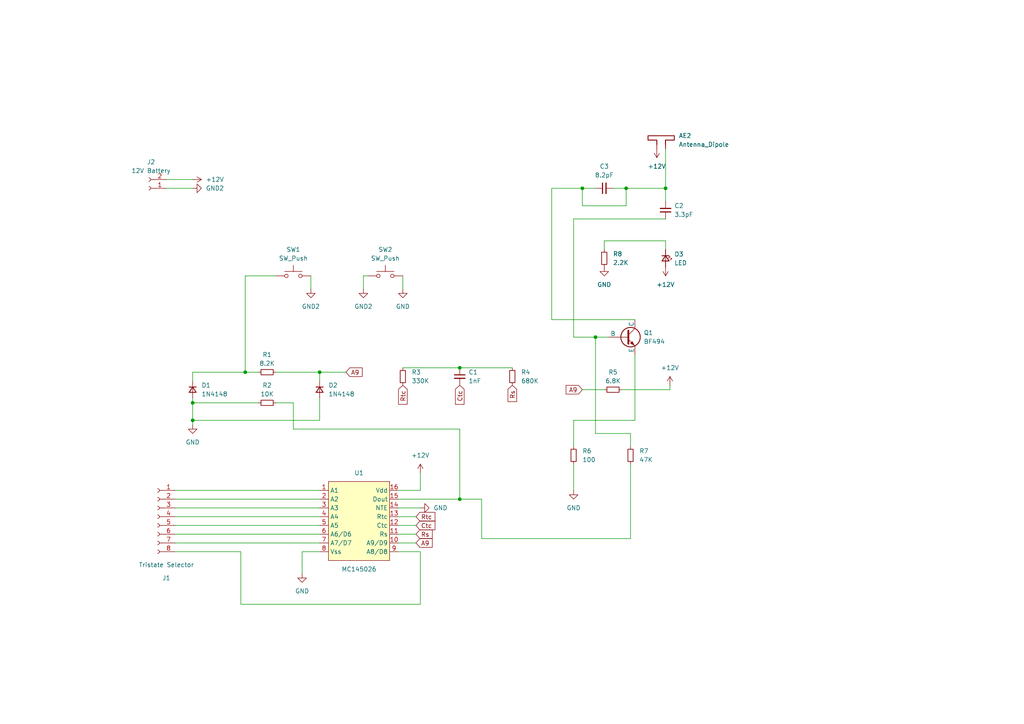
<source format=kicad_sch>
(kicad_sch (version 20230121) (generator eeschema)
  (paper "A4")
  (title_block (title "OldRemote") (date "2023-09-27") (rev "1.0.0") (company "ortizma.com") (comment 1 "Uses ASK modulation with 280MHz carrier") (comment 2 "Reverse Engineering of a 90's remote"))
  (lib_symbols
    (symbol "00_Symbols:MC145026"
      (property "Reference" "U" (at 0 0 0))
      (symbol "MC145026_1_1"
        (rectangle (start -8.89 24.13) (end 8.89 1.27) (fill (type background)))
        (pin tri_state line (at -11.43 21.59 0) (length 2.54) (name "A1") (number "1"))
        (pin tri_state line (at 11.43 6.35 180) (length 2.54) (name "A9/D9") (number "10"))
        (pin input line (at 11.43 8.89 180) (length 2.54) (name "Rs") (number "11"))
        (pin input line (at 11.43 11.43 180) (length 2.54) (name "Ctc") (number "12"))
        (pin input line (at 11.43 13.97 180) (length 2.54) (name "Rtc") (number "13"))
        (pin input line (at 11.43 16.51 180) (length 2.54) (name "NTE") (number "14"))
        (pin output line (at 11.43 19.05 180) (length 2.54) (name "Dout") (number "15"))
        (pin power_in line (at 11.43 21.59 180) (length 2.54) (name "Vdd") (number "16"))
        (pin tri_state line (at -11.43 19.05 0) (length 2.54) (name "A2") (number "2"))
        (pin tri_state line (at -11.43 16.51 0) (length 2.54) (name "A3") (number "3"))
        (pin tri_state line (at -11.43 13.97 0) (length 2.54) (name "A4") (number "4"))
        (pin tri_state line (at -11.43 11.43 0) (length 2.54) (name "A5") (number "5"))
        (pin tri_state line (at -11.43 8.89 0) (length 2.54) (name "A6/D6") (number "6"))
        (pin tri_state line (at -11.43 6.35 0) (length 2.54) (name "A7/D7") (number "7"))
        (pin power_out line (at -11.43 3.81 0) (length 2.54) (name "Vss") (number "8"))
        (pin tri_state line (at 11.43 3.81 180) (length 2.54) (name "A8/D8") (number "9"))
      )
    )
    (symbol "Connector:Conn_01x02_Socket" (pin_names (offset 1.016) hide)
      (property "Reference" "J" (at 0 2.54 0))
      (property "Value" "Conn_01x02_Socket" (at 0 -5.08 0))
      (symbol "Conn_01x02_Socket_1_1"
        (arc (start 0 -2.032) (mid -0.5058 -2.54) (end 0 -3.048) (stroke (width 0.1524)))
        (polyline (pts (xy -1.27 -2.54) (xy -0.508 -2.54)) (stroke (width 0.1524)))
        (polyline (pts (xy -1.27 0) (xy -0.508 0)) (stroke (width 0.1524)))
        (arc (start 0 0.508) (mid -0.5058 0) (end 0 -0.508) (stroke (width 0.1524)))
        (pin passive line (at -5.08 0 0) (length 3.81) (name "Pin_1") (number "1"))
        (pin passive line (at -5.08 -2.54 0) (length 3.81) (name "Pin_2") (number "2"))
      )
    )
    (symbol "Connector:Conn_01x08_Socket" (pin_names (offset 1.016) hide)
      (property "Reference" "J" (at 0 10.16 0))
      (property "Value" "Conn_01x08_Socket" (at 0 -12.7 0))
      (symbol "Conn_01x08_Socket_1_1"
        (arc (start 0 -9.652) (mid -0.5058 -10.16) (end 0 -10.668) (stroke (width 0.1524)))
        (arc (start 0 -7.112) (mid -0.5058 -7.62) (end 0 -8.128) (stroke (width 0.1524)))
        (arc (start 0 -4.572) (mid -0.5058 -5.08) (end 0 -5.588) (stroke (width 0.1524)))
        (arc (start 0 -2.032) (mid -0.5058 -2.54) (end 0 -3.048) (stroke (width 0.1524)))
        (polyline (pts (xy -1.27 -10.16) (xy -0.508 -10.16)) (stroke (width 0.1524)))
        (polyline (pts (xy -1.27 -7.62) (xy -0.508 -7.62)) (stroke (width 0.1524)))
        (polyline (pts (xy -1.27 -5.08) (xy -0.508 -5.08)) (stroke (width 0.1524)))
        (polyline (pts (xy -1.27 -2.54) (xy -0.508 -2.54)) (stroke (width 0.1524)))
        (polyline (pts (xy -1.27 0) (xy -0.508 0)) (stroke (width 0.1524)))
        (polyline (pts (xy -1.27 2.54) (xy -0.508 2.54)) (stroke (width 0.1524)))
        (polyline (pts (xy -1.27 5.08) (xy -0.508 5.08)) (stroke (width 0.1524)))
        (polyline (pts (xy -1.27 7.62) (xy -0.508 7.62)) (stroke (width 0.1524)))
        (arc (start 0 0.508) (mid -0.5058 0) (end 0 -0.508) (stroke (width 0.1524)))
        (arc (start 0 3.048) (mid -0.5058 2.54) (end 0 2.032) (stroke (width 0.1524)))
        (arc (start 0 5.588) (mid -0.5058 5.08) (end 0 4.572) (stroke (width 0.1524)))
        (arc (start 0 8.128) (mid -0.5058 7.62) (end 0 7.112) (stroke (width 0.1524)))
        (pin passive line (at -5.08 7.62 0) (length 3.81) (name "Pin_1") (number "1"))
        (pin passive line (at -5.08 5.08 0) (length 3.81) (name "Pin_2") (number "2"))
        (pin passive line (at -5.08 2.54 0) (length 3.81) (name "Pin_3") (number "3"))
        (pin passive line (at -5.08 0 0) (length 3.81) (name "Pin_4") (number "4"))
        (pin passive line (at -5.08 -2.54 0) (length 3.81) (name "Pin_5") (number "5"))
        (pin passive line (at -5.08 -5.08 0) (length 3.81) (name "Pin_6") (number "6"))
        (pin passive line (at -5.08 -7.62 0) (length 3.81) (name "Pin_7") (number "7"))
        (pin passive line (at -5.08 -10.16 0) (length 3.81) (name "Pin_8") (number "8"))
      )
    )
    (symbol "Device:Antenna_Dipole" (pin_numbers hide) (pin_names (offset 1.016) hide)
      (property "Reference" "AE" (at 1.27 1.27 0))
      (property "Value" "Antenna_Dipole" (at 1.27 0 0))
      (symbol "Antenna_Dipole_0_1"
        (polyline (pts (xy 2.54 -3.81) (xy 2.54 -2.54) (xy 5.08 -2.54) (xy 5.08 -1.27) (xy -2.54 -1.27) (xy -2.54 -2.54) (xy 0 -2.54) (xy 0 -3.81)) (stroke (width 0.254)))
      )
      (symbol "Antenna_Dipole_1_1"
        (pin input line (at 0 -5.08 90) (length 2.54) (name "~") (number "1"))
        (pin input line (at 2.54 -5.08 90) (length 2.54) (name "~") (number "2"))
      )
    )
    (symbol "Device:C_Small" (pin_numbers hide) (pin_names (offset 0.254) hide)
      (property "Reference" "C" (at 0.254 1.778 0))
      (property "Value" "C_Small" (at 0.254 -2.032 0))
      (symbol "C_Small_0_1"
        (polyline (pts (xy -1.524 -0.508) (xy 1.524 -0.508)) (stroke (width 0.3302)))
        (polyline (pts (xy -1.524 0.508) (xy 1.524 0.508)) (stroke (width 0.3048)))
      )
      (symbol "C_Small_1_1"
        (pin passive line (at 0 2.54 270) (length 2.032) (name "~") (number "1"))
        (pin passive line (at 0 -2.54 90) (length 2.032) (name "~") (number "2"))
      )
    )
    (symbol "Device:D_Small" (pin_numbers hide) (pin_names (offset 0.254) hide)
      (property "Reference" "D" (at -1.27 2.032 0))
      (property "Value" "D_Small" (at -3.81 -2.032 0))
      (symbol "D_Small_0_1"
        (polyline (pts (xy -0.762 -1.016) (xy -0.762 1.016)) (stroke (width 0.254)))
        (polyline (pts (xy -0.762 0) (xy 0.762 0)))
        (polyline (pts (xy 0.762 -1.016) (xy -0.762 0) (xy 0.762 1.016) (xy 0.762 -1.016)) (stroke (width 0.254)))
      )
      (symbol "D_Small_1_1"
        (pin passive line (at -2.54 0 0) (length 1.778) (name "K") (number "1"))
        (pin passive line (at 2.54 0 180) (length 1.778) (name "A") (number "2"))
      )
    )
    (symbol "Device:LED_Small" (pin_numbers hide) (pin_names (offset 0.254) hide)
      (property "Reference" "D" (at -1.27 3.175 0))
      (property "Value" "LED_Small" (at -4.445 -2.54 0))
      (symbol "LED_Small_0_1"
        (polyline (pts (xy -0.762 -1.016) (xy -0.762 1.016)) (stroke (width 0.254)))
        (polyline (pts (xy 1.016 0) (xy -0.762 0)))
        (polyline (pts (xy 0.762 -1.016) (xy -0.762 0) (xy 0.762 1.016) (xy 0.762 -1.016)) (stroke (width 0.254)))
        (polyline (pts (xy 0 0.762) (xy -0.508 1.27) (xy -0.254 1.27) (xy -0.508 1.27) (xy -0.508 1.016)))
        (polyline (pts (xy 0.508 1.27) (xy 0 1.778) (xy 0.254 1.778) (xy 0 1.778) (xy 0 1.524)))
      )
      (symbol "LED_Small_1_1"
        (pin passive line (at -2.54 0 0) (length 1.778) (name "K") (number "1"))
        (pin passive line (at 2.54 0 180) (length 1.778) (name "A") (number "2"))
      )
    )
    (symbol "Device:R_Small" (pin_numbers hide) (pin_names (offset 0.254) hide)
      (property "Reference" "R" (at 0.762 0.508 0))
      (property "Value" "R_Small" (at 0.762 -1.016 0))
      (symbol "R_Small_0_1"
        (rectangle (start -0.762 1.778) (end 0.762 -1.778) (stroke (width 0.2032)))
      )
      (symbol "R_Small_1_1"
        (pin passive line (at 0 2.54 270) (length 0.762) (name "~") (number "1"))
        (pin passive line (at 0 -2.54 90) (length 0.762) (name "~") (number "2"))
      )
    )
    (symbol "Simulation_SPICE:NPN" (pin_numbers hide) (pin_names (offset 0))
      (property "Reference" "Q" (at -2.54 7.62 0))
      (property "Value" "NPN" (at -2.54 5.08 0))
      (symbol "NPN_0_1"
        (polyline (pts (xy -2.54 0) (xy 0.635 0)) (stroke (width 0.1524)))
        (polyline (pts (xy 0.635 0.635) (xy 2.54 2.54)))
        (polyline (pts (xy 2.794 -1.27) (xy 2.794 -1.27)) (stroke (width 0.1524)))
        (polyline (pts (xy 2.794 -1.27) (xy 2.794 -1.27)) (stroke (width 0.1524)))
        (polyline (pts (xy 0.635 -0.635) (xy 2.54 -2.54) (xy 2.54 -2.54)))
        (polyline (pts (xy 0.635 1.905) (xy 0.635 -1.905) (xy 0.635 -1.905)) (stroke (width 0.508)))
        (polyline (pts (xy 1.27 -1.778) (xy 1.778 -1.27) (xy 2.286 -2.286) (xy 1.27 -1.778) (xy 1.27 -1.778)) (fill (type outline)))
        (circle (center 1.27 0) (radius 2.8194) (stroke (width 0.254)))
      )
      (symbol "NPN_1_1"
        (pin open_collector line (at 2.54 5.08 270) (length 2.54) (name "C") (number "1"))
        (pin input line (at -5.08 0 0) (length 2.54) (name "B") (number "2"))
        (pin open_emitter line (at 2.54 -5.08 90) (length 2.54) (name "E") (number "3"))
      )
    )
    (symbol "Switch:SW_Push" (pin_numbers hide) (pin_names (offset 1.016) hide)
      (property "Reference" "SW" (at 1.27 2.54 0))
      (property "Value" "SW_Push" (at 0 -1.524 0))
      (symbol "SW_Push_0_1"
        (circle (center -2.032 0) (radius 0.508))
        (polyline (pts (xy 0 1.27) (xy 0 3.048)))
        (polyline (pts (xy 2.54 1.27) (xy -2.54 1.27)))
        (circle (center 2.032 0) (radius 0.508))
        (pin passive line (at -5.08 0 0) (length 2.54) (name "1") (number "1"))
        (pin passive line (at 5.08 0 180) (length 2.54) (name "2") (number "2"))
      )
    )
    (symbol "power:+12V" (power) (pin_names (offset 0))
      (property "Value" "+12V" (at 0 3.556 0))
      (symbol "+12V_0_1"
        (polyline (pts (xy -0.762 1.27) (xy 0 2.54)))
        (polyline (pts (xy 0 0) (xy 0 2.54)))
        (polyline (pts (xy 0 2.54) (xy 0.762 1.27)))
      )
      (symbol "+12V_1_1"
        (pin power_in line (at 0 0 90) (length 0) hide (name "+12V") (number "1"))
      )
    )
    (symbol "power:GND" (power) (pin_names (offset 0))
      (property "Value" "GND" (at 0 -3.81 0))
      (symbol "GND_0_1"
        (polyline (pts (xy 0 0) (xy 0 -1.27) (xy 1.27 -1.27) (xy 0 -2.54) (xy -1.27 -1.27) (xy 0 -1.27)))
      )
      (symbol "GND_1_1"
        (pin power_in line (at 0 0 270) (length 0) hide (name "GND") (number "1"))
      )
    )
    (symbol "power:GND2" (power) (pin_names (offset 0))
      (property "Value" "GND2" (at 0 -3.81 0))
      (symbol "GND2_0_1"
        (polyline (pts (xy 0 0) (xy 0 -1.27) (xy 1.27 -1.27) (xy 0 -2.54) (xy -1.27 -1.27) (xy 0 -1.27)))
      )
      (symbol "GND2_1_1"
        (pin power_in line (at 0 0 270) (length 0) hide (name "GND2") (number "1"))
      )
    )
  )
  (junction (at 55.88 121.92))
  (junction (at 181.61 54.61))
  (junction (at 172.72 97.79))
  (junction (at 133.35 144.78))
  (junction (at 133.35 106.68))
  (junction (at 92.71 107.95))
  (junction (at 193.04 54.61))
  (junction (at 168.91 54.61))
  (junction (at 71.12 107.95))
  (junction (at 55.88 116.84))
  (wire (pts (xy 172.72 97.79) (xy 172.72 125.73)))
  (wire (pts (xy 168.91 54.61) (xy 168.91 59.69)))
  (wire (pts (xy 92.71 107.95) (xy 92.71 110.49)))
  (wire (pts (xy 133.35 106.68) (xy 148.59 106.68)))
  (wire (pts (xy 87.63 160.02) (xy 87.63 166.37)))
  (wire (pts (xy 166.37 63.5) (xy 166.37 97.79)))
  (wire (pts (xy 80.01 80.01) (xy 71.12 80.01)))
  (wire (pts (xy 115.57 144.78) (xy 133.35 144.78)))
  (wire (pts (xy 121.92 175.26) (xy 121.92 160.02)))
  (wire (pts (xy 116.84 80.01) (xy 116.84 83.82)))
  (wire (pts (xy 176.53 97.79) (xy 172.72 97.79)))
  (wire (pts (xy 139.7 144.78) (xy 139.7 156.21)))
  (wire (pts (xy 133.35 124.46) (xy 133.35 144.78)))
  (wire (pts (xy 166.37 134.62) (xy 166.37 142.24)))
  (wire (pts (xy 193.04 69.85) (xy 193.04 72.39)))
  (wire (pts (xy 121.92 137.16) (xy 121.92 142.24)))
  (wire (pts (xy 55.88 121.92) (xy 55.88 123.19)))
  (wire (pts (xy 193.04 63.5) (xy 166.37 63.5)))
  (wire (pts (xy 166.37 121.92) (xy 166.37 129.54)))
  (wire (pts (xy 121.92 142.24) (xy 115.57 142.24)))
  (wire (pts (xy 172.72 125.73) (xy 182.88 125.73)))
  (wire (pts (xy 160.02 92.71) (xy 160.02 54.61)))
  (wire (pts (xy 85.09 116.84) (xy 80.01 116.84)))
  (wire (pts (xy 181.61 54.61) (xy 193.04 54.61)))
  (wire (pts (xy 139.7 156.21) (xy 182.88 156.21)))
  (wire (pts (xy 48.26 54.61) (xy 55.88 54.61)))
  (wire (pts (xy 50.8 154.94) (xy 92.71 154.94)))
  (wire (pts (xy 116.84 106.68) (xy 133.35 106.68)))
  (wire (pts (xy 194.31 113.03) (xy 180.34 113.03)))
  (wire (pts (xy 85.09 124.46) (xy 85.09 116.84)))
  (wire (pts (xy 133.35 144.78) (xy 139.7 144.78)))
  (wire (pts (xy 175.26 69.85) (xy 193.04 69.85)))
  (wire (pts (xy 71.12 107.95) (xy 74.93 107.95)))
  (wire (pts (xy 175.26 72.39) (xy 175.26 69.85)))
  (wire (pts (xy 168.91 59.69) (xy 181.61 59.69)))
  (wire (pts (xy 166.37 97.79) (xy 172.72 97.79)))
  (wire (pts (xy 50.8 157.48) (xy 92.71 157.48)))
  (wire (pts (xy 105.41 80.01) (xy 105.41 83.82)))
  (wire (pts (xy 90.17 80.01) (xy 90.17 83.82)))
  (wire (pts (xy 168.91 113.03) (xy 175.26 113.03)))
  (wire (pts (xy 69.85 160.02) (xy 69.85 175.26)))
  (wire (pts (xy 168.91 54.61) (xy 172.72 54.61)))
  (wire (pts (xy 55.88 115.57) (xy 55.88 116.84)))
  (wire (pts (xy 92.71 107.95) (xy 100.33 107.95)))
  (wire (pts (xy 85.09 124.46) (xy 133.35 124.46)))
  (wire (pts (xy 182.88 125.73) (xy 182.88 129.54)))
  (wire (pts (xy 120.65 152.4) (xy 115.57 152.4)))
  (wire (pts (xy 55.88 116.84) (xy 55.88 121.92)))
  (wire (pts (xy 55.88 110.49) (xy 55.88 107.95)))
  (wire (pts (xy 92.71 160.02) (xy 87.63 160.02)))
  (wire (pts (xy 184.15 121.92) (xy 166.37 121.92)))
  (wire (pts (xy 194.31 111.76) (xy 194.31 113.03)))
  (wire (pts (xy 48.26 52.07) (xy 55.88 52.07)))
  (wire (pts (xy 50.8 144.78) (xy 92.71 144.78)))
  (wire (pts (xy 106.68 80.01) (xy 105.41 80.01)))
  (wire (pts (xy 115.57 147.32) (xy 121.92 147.32)))
  (wire (pts (xy 55.88 121.92) (xy 92.71 121.92)))
  (wire (pts (xy 160.02 54.61) (xy 168.91 54.61)))
  (wire (pts (xy 120.65 149.86) (xy 115.57 149.86)))
  (wire (pts (xy 69.85 175.26) (xy 121.92 175.26)))
  (wire (pts (xy 121.92 160.02) (xy 115.57 160.02)))
  (wire (pts (xy 115.57 157.48) (xy 120.65 157.48)))
  (wire (pts (xy 182.88 156.21) (xy 182.88 134.62)))
  (wire (pts (xy 120.65 154.94) (xy 115.57 154.94)))
  (wire (pts (xy 193.04 54.61) (xy 193.04 58.42)))
  (wire (pts (xy 55.88 107.95) (xy 71.12 107.95)))
  (wire (pts (xy 50.8 142.24) (xy 92.71 142.24)))
  (wire (pts (xy 177.8 54.61) (xy 181.61 54.61)))
  (wire (pts (xy 50.8 152.4) (xy 92.71 152.4)))
  (wire (pts (xy 74.93 116.84) (xy 55.88 116.84)))
  (wire (pts (xy 71.12 80.01) (xy 71.12 107.95)))
  (wire (pts (xy 50.8 149.86) (xy 92.71 149.86)))
  (wire (pts (xy 80.01 107.95) (xy 92.71 107.95)))
  (wire (pts (xy 50.8 160.02) (xy 69.85 160.02)))
  (wire (pts (xy 181.61 59.69) (xy 181.61 54.61)))
  (wire (pts (xy 184.15 102.87) (xy 184.15 121.92)))
  (wire (pts (xy 184.15 92.71) (xy 160.02 92.71)))
  (wire (pts (xy 193.04 43.18) (xy 193.04 54.61)))
  (wire (pts (xy 92.71 121.92) (xy 92.71 115.57)))
  (wire (pts (xy 50.8 147.32) (xy 92.71 147.32)))
  (global_label "Rtc" (shape input) (at 116.84 111.76 270) (property "Intersheetrefs" "${INTERSHEET_REFS}" (effects hide)))
  (global_label "Ctc" (shape input) (at 133.35 111.76 270) (property "Intersheetrefs" "${INTERSHEET_REFS}" (effects hide)))
  (global_label "Ctc" (shape input) (at 120.65 152.4 0) (property "Intersheetrefs" "${INTERSHEET_REFS}" (effects hide)))
  (global_label "Rs" (shape input) (at 120.65 154.94 0) (property "Intersheetrefs" "${INTERSHEET_REFS}" (effects hide)))
  (global_label "A9" (shape input) (at 100.33 107.95 0) (property "Intersheetrefs" "${INTERSHEET_REFS}" (effects hide)))
  (global_label "A9" (shape input) (at 120.65 157.48 0) (property "Intersheetrefs" "${INTERSHEET_REFS}" (effects hide)))
  (global_label "Rs" (shape input) (at 148.59 111.76 270) (property "Intersheetrefs" "${INTERSHEET_REFS}" (effects hide)))
  (global_label "Rtc" (shape input) (at 120.65 149.86 0) (property "Intersheetrefs" "${INTERSHEET_REFS}" (effects hide)))
  (global_label "A9" (shape input) (at 168.91 113.03 180) (property "Intersheetrefs" "${INTERSHEET_REFS}" (effects hide)))
  (symbol (lib_id "Device:D_Small") (at 92.71 113.03 270) (unit 1)
    (property "Reference" "D2" (at 95.25 111.76 90) (effects (justify left)))
    (property "Value" "1N4148" (at 95.25 114.3 90) (effects (justify left)))
    (property "Footprint" "Diode_THT:D_DO-35_SOD27_P7.62mm_Horizontal" (effects hide))
    (property "Sim.Device" "D" (effects hide))
    (property "Sim.Pins" "1=K 2=A" (effects hide))
  )
  (symbol (lib_id "Device:R_Small") (at 175.26 74.93 180) (unit 1)
    (property "Reference" "R8" (at 177.8 73.66 0) (effects (justify right)))
    (property "Value" "2.2K" (at 177.8 76.2 0) (effects (justify right)))
    (property "Footprint" "Resistor_THT:R_Axial_DIN0204_L3.6mm_D1.6mm_P5.08mm_Horizontal" (effects hide))
  )
  (symbol (lib_id "power:GND2") (at 55.88 54.61 90) (unit 1)
    (property "Reference" "#PWR04" (effects hide))
    (property "Value" "GND2" (at 59.69 54.61 90) (effects (justify right)))
  )
  (symbol (lib_id "Device:Antenna_Dipole") (at 190.5 38.1 0) (unit 1)
    (property "Reference" "AE2" (at 196.85 39.37 0) (effects (justify left)))
    (property "Value" "Antenna_Dipole" (at 196.85 41.91 0) (effects (justify left)))
    (property "Footprint" "Connector_PinSocket_2.54mm:PinSocket_1x02_P2.54mm_Vertical" (effects hide))
  )
  (symbol (lib_id "power:GND") (at 55.88 123.19 0) (unit 1)
    (property "Reference" "#PWR05" (effects hide))
    (property "Value" "GND" (at 55.88 128.27 0))
  )
  (symbol (lib_id "power:GND") (at 175.26 77.47 0) (unit 1)
    (property "Reference" "#PWR07" (effects hide))
    (property "Value" "GND" (at 175.26 82.55 0))
  )
  (symbol (lib_id "power:+12V") (at 121.92 137.16 0) (unit 1)
    (property "Reference" "#PWR011" (effects hide))
    (property "Value" "+12V" (at 121.92 132.08 0))
  )
  (symbol (lib_id "power:GND") (at 166.37 142.24 0) (unit 1)
    (property "Reference" "#PWR02" (effects hide))
    (property "Value" "GND" (at 166.37 147.32 0))
  )
  (symbol (lib_id "Connector:Conn_01x02_Socket") (at 43.18 54.61 180) (unit 1)
    (property "Reference" "J2" (at 43.815 46.99 0))
    (property "Value" "12V Battery" (at 43.815 49.53 0))
    (property "Footprint" "Connector_PinSocket_2.54mm:PinSocket_1x02_P2.54mm_Vertical" (effects hide))
  )
  (symbol (lib_id "Device:R_Small") (at 116.84 109.22 180) (unit 1)
    (property "Reference" "R3" (at 119.38 107.95 0) (effects (justify right)))
    (property "Value" "330K" (at 119.38 110.49 0) (effects (justify right)))
    (property "Footprint" "Resistor_THT:R_Axial_DIN0204_L3.6mm_D1.6mm_P5.08mm_Horizontal" (effects hide))
  )
  (symbol (lib_id "Device:R_Small") (at 77.47 107.95 90) (unit 1)
    (property "Reference" "R1" (at 77.47 102.87 90))
    (property "Value" "8.2K" (at 77.47 105.41 90))
    (property "Footprint" "Resistor_THT:R_Axial_DIN0204_L3.6mm_D1.6mm_P5.08mm_Horizontal" (effects hide))
  )
  (symbol (lib_id "power:GND2") (at 105.41 83.82 0) (unit 1)
    (property "Reference" "#PWR09" (effects hide))
    (property "Value" "GND2" (at 105.41 88.9 0))
  )
  (symbol (lib_id "power:+12V") (at 194.31 111.76 0) (unit 1)
    (property "Reference" "#PWR014" (effects hide))
    (property "Value" "+12V" (at 194.31 106.68 0))
  )
  (symbol (lib_id "power:+12V") (at 193.04 77.47 180) (unit 1)
    (property "Reference" "#PWR08" (effects hide))
    (property "Value" "+12V" (at 193.04 82.55 0))
  )
  (symbol (lib_id "00_Symbols:MC145026") (at 104.14 163.83 0) (unit 1)
    (property "Reference" "U1" (at 104.14 137.16 0))
    (property "Value" "MC145026" (at 104.14 165.1 0))
    (property "Footprint" "Package_DIP:DIP-16_W7.62mm" (effects hide))
  )
  (symbol (lib_id "Device:R_Small") (at 182.88 132.08 180) (unit 1)
    (property "Reference" "R7" (at 185.42 130.81 0) (effects (justify right)))
    (property "Value" "47K" (at 185.42 133.35 0) (effects (justify right)))
    (property "Footprint" "Resistor_THT:R_Axial_DIN0204_L3.6mm_D1.6mm_P5.08mm_Horizontal" (effects hide))
  )
  (symbol (lib_id "Device:R_Small") (at 148.59 109.22 180) (unit 1)
    (property "Reference" "R4" (at 151.13 107.95 0) (effects (justify right)))
    (property "Value" "680K" (at 151.13 110.49 0) (effects (justify right)))
    (property "Footprint" "Resistor_THT:R_Axial_DIN0204_L3.6mm_D1.6mm_P5.08mm_Horizontal" (effects hide))
  )
  (symbol (lib_id "power:GND") (at 87.63 166.37 0) (unit 1)
    (property "Reference" "#PWR01" (effects hide))
    (property "Value" "GND" (at 87.63 171.45 0))
  )
  (symbol (lib_id "Device:LED_Small") (at 193.04 74.93 270) (unit 1)
    (property "Reference" "D3" (at 195.58 73.7235 90) (effects (justify left)))
    (property "Value" "LED" (at 195.58 76.2635 90) (effects (justify left)))
    (property "Footprint" "LED_THT:LED_D3.0mm_FlatTop" (effects hide))
  )
  (symbol (lib_id "Device:C_Small") (at 175.26 54.61 90) (unit 1)
    (property "Reference" "C3" (at 175.2663 48.26 90))
    (property "Value" "8.2pF" (at 175.2663 50.8 90))
    (property "Footprint" "Capacitor_THT:C_Disc_D3.0mm_W1.6mm_P2.50mm" (effects hide))
  )
  (symbol (lib_id "Device:C_Small") (at 193.04 60.96 180) (unit 1)
    (property "Reference" "C2" (at 195.58 59.6836 0) (effects (justify right)))
    (property "Value" "3.3pF" (at 195.58 62.2236 0) (effects (justify right)))
    (property "Footprint" "Capacitor_THT:C_Disc_D3.0mm_W1.6mm_P2.50mm" (effects hide))
  )
  (symbol (lib_id "power:+12V") (at 55.88 52.07 270) (unit 1)
    (property "Reference" "#PWR012" (effects hide))
    (property "Value" "+12V" (at 59.69 52.07 90) (effects (justify left)))
  )
  (symbol (lib_id "Device:C_Small") (at 133.35 109.22 0) (unit 1)
    (property "Reference" "C1" (at 135.89 107.9563 0) (effects (justify left)))
    (property "Value" "1nF" (at 135.89 110.4963 0) (effects (justify left)))
    (property "Footprint" "Capacitor_THT:C_Rect_L4.0mm_W2.5mm_P2.50mm" (effects hide))
  )
  (symbol (lib_id "Connector:Conn_01x08_Socket") (at 45.72 149.86 0) (mirror y) (unit 1)
    (property "Reference" "J1" (at 48.26 167.64 0))
    (property "Value" "Tristate Selector" (at 48.26 163.83 0))
    (property "Footprint" "Connector_PinSocket_2.54mm:PinSocket_1x08_P2.54mm_Horizontal" (effects hide))
  )
  (symbol (lib_id "Device:R_Small") (at 77.47 116.84 90) (unit 1)
    (property "Reference" "R2" (at 77.47 111.76 90))
    (property "Value" "10K" (at 77.47 114.3 90))
    (property "Footprint" "Resistor_THT:R_Axial_DIN0204_L3.6mm_D1.6mm_P5.08mm_Horizontal" (effects hide))
  )
  (symbol (lib_id "Switch:SW_Push") (at 111.76 80.01 0) (unit 1)
    (property "Reference" "SW2" (at 111.76 72.39 0))
    (property "Value" "SW_Push" (at 111.76 74.93 0))
    (property "Footprint" "AA_Footprints:4.5mm switch" (effects hide))
  )
  (symbol (lib_id "Device:R_Small") (at 177.8 113.03 270) (unit 1)
    (property "Reference" "R5" (at 177.8 107.95 90))
    (property "Value" "6.8K" (at 177.8 110.49 90))
    (property "Footprint" "Resistor_THT:R_Axial_DIN0204_L3.6mm_D1.6mm_P5.08mm_Horizontal" (effects hide))
  )
  (symbol (lib_id "Device:R_Small") (at 166.37 132.08 180) (unit 1)
    (property "Reference" "R6" (at 168.91 130.81 0) (effects (justify right)))
    (property "Value" "100" (at 168.91 133.35 0) (effects (justify right)))
    (property "Footprint" "Resistor_THT:R_Axial_DIN0204_L3.6mm_D1.6mm_P5.08mm_Horizontal" (effects hide))
  )
  (symbol (lib_id "Device:D_Small") (at 55.88 113.03 270) (unit 1)
    (property "Reference" "D1" (at 58.42 111.76 90) (effects (justify left)))
    (property "Value" "1N4148" (at 58.42 114.3 90) (effects (justify left)))
    (property "Footprint" "Diode_THT:D_DO-35_SOD27_P7.62mm_Horizontal" (effects hide))
    (property "Sim.Device" "D" (effects hide))
    (property "Sim.Pins" "1=K 2=A" (effects hide))
  )
  (symbol (lib_id "power:GND2") (at 90.17 83.82 0) (unit 1)
    (property "Reference" "#PWR03" (effects hide))
    (property "Value" "GND2" (at 90.17 88.9 0))
  )
  (symbol (lib_id "power:GND") (at 116.84 83.82 0) (unit 1)
    (property "Reference" "#PWR06" (effects hide))
    (property "Value" "GND" (at 116.84 88.9 0))
  )
  (symbol (lib_id "Switch:SW_Push") (at 85.09 80.01 0) (unit 1)
    (property "Reference" "SW1" (at 85.09 72.39 0))
    (property "Value" "SW_Push" (at 85.09 74.93 0))
    (property "Footprint" "AA_Footprints:4.5mm switch" (effects hide))
  )
  (symbol (lib_id "Simulation_SPICE:NPN") (at 181.61 97.79 0) (unit 1)
    (property "Reference" "Q1" (at 186.69 96.52 0) (effects (justify left)))
    (property "Value" "BF494" (at 186.69 99.06 0) (effects (justify left)))
    (property "Footprint" "Package_TO_SOT_THT:TO-92" (effects hide))
    (property "Sim.Device" "NPN" (effects hide))
    (property "Sim.Type" "GUMMELPOON" (effects hide))
    (property "Sim.Pins" "1=C 2=B 3=E" (effects hide))
  )
  (symbol (lib_id "power:GND") (at 121.92 147.32 90) (unit 1)
    (property "Reference" "#PWR013" (effects hide))
    (property "Value" "GND" (at 125.73 147.32 90) (effects (justify right)))
  )
  (symbol (lib_id "power:+12V") (at 190.5 43.18 180) (unit 1)
    (property "Reference" "#PWR010" (effects hide))
    (property "Value" "+12V" (at 190.5 48.26 0))
  )
)
</source>
